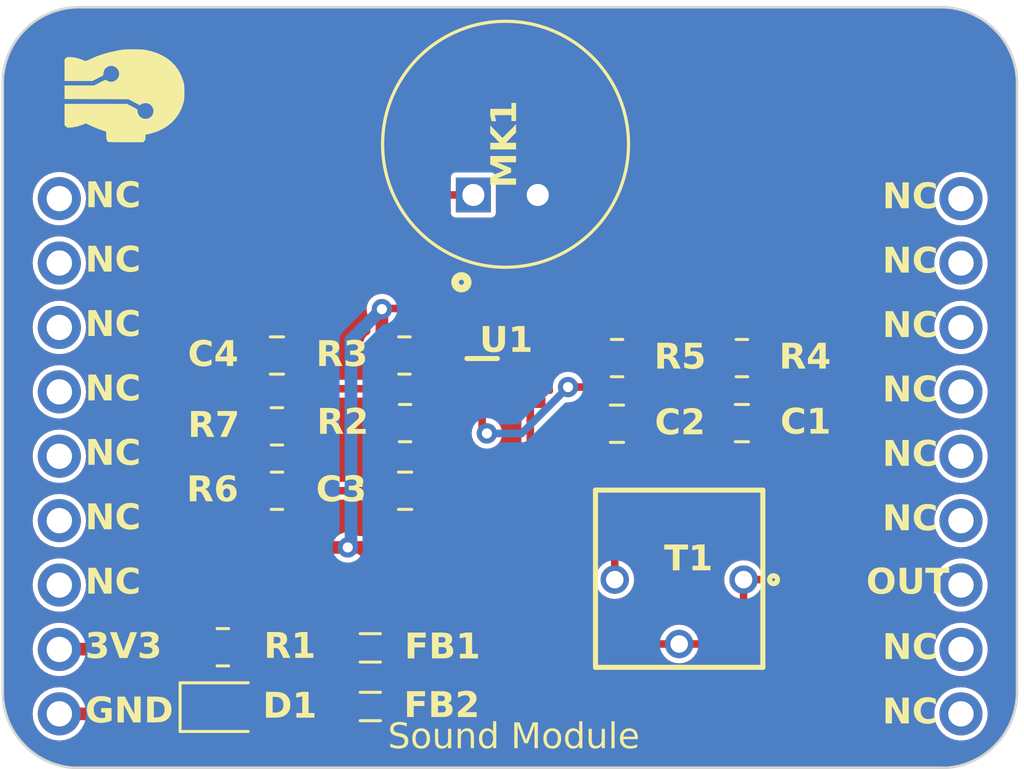
<source format=kicad_pcb>
(kicad_pcb (version 20240108) (generator "pcbnew") (generator_version "8.0")
  (layers (0 "F.Cu" signal) (31 "B.Cu" signal) (34 "B.Paste" user) (35 "F.Paste" user) (36 "B.SilkS" user "B.Silkscreen") (37 "F.SilkS" user "F.Silkscreen") (38 "B.Mask" user) (39 "F.Mask" user) (44 "Edge.Cuts" user))
  (net 0 "")
  (net 1 "GND")
  (net 2 "Net-(C1-Pad2)")
  (net 3 "OUT")
  (net 4 "Net-(U1-IN-)")
  (net 5 "Net-(C3-Pad2)")
  (net 6 "Net-(U1-IN+)")
  (net 7 "Net-(C4-Pad2)")
  (net 8 "Net-(D1-A)")
  (net 9 "+3V3")
  (net 10 "Net-(R5-Pad2)")
  (net 25 "+3.3VA")
  (net 26 "GND1")
  (footprint "LED_SMD:LED_0805_2012Metric" (layer "F.Cu") (at 48.1584 69.5452)
    (property "Reference" "D1" (at 2.6416 0 0) (layer "F.SilkS") (effects (font (thickness 0.15) (bold yes))))
    (property "Value" "LED" (hide yes))
    (fp_line (start -1.685 -0.96) (end -1.685 0.96) (stroke (width 0.12)) (layer "F.SilkS"))
    (fp_line (start -1.685 0.96) (end 1 0.96) (stroke (width 0.12)) (layer "F.SilkS"))
    (fp_line (start 1 -0.96) (end -1.685 -0.96) (stroke (width 0.12)) (layer "F.SilkS"))
    (pad "1" smd roundrect (at -0.9375 0) (size 0.975 1.4) (layers "F.Cu" "F.Paste" "F.Mask") (net 1 "GND"))
    (pad "2" smd roundrect (at 0.9375 0) (size 0.975 1.4) (layers "F.Cu" "F.Paste" "F.Mask") (net 8 "Net-(D1-A)"))
  )
  (footprint "meminle:3362P_1" (layer "F.Cu") (at 66.1561 60.9854 180)
    (property "Reference" "T1" (at -0.36821 -2.74963 0) (layer "F.SilkS") (effects (font (thickness 0.2) (bold yes))))
    (property "Value" "R_Potentiometer" (hide yes))
    (fp_line (start 3.3 0) (end 3.3 -6.99) (stroke (width 0.2)) (layer "F.SilkS"))
    (fp_line (start 3.3 -6.99) (end -3.3 -6.99) (stroke (width 0.2)) (layer "F.SilkS"))
    (fp_line (start -3.3 0) (end 3.3 0) (stroke (width 0.2)) (layer "F.SilkS"))
    (fp_line (start -3.3 -6.99) (end -3.3 0) (stroke (width 0.2)) (layer "F.SilkS"))
    (fp_circle (center -3.722 -3.532) (end -3.722 -3.475) (stroke (width 0.2)) (fill none) (layer "F.SilkS"))
    (pad "1" thru_hole circle (at -2.54 -3.53 180) (size 1.12 1.12) (drill 0.69) (layers "*.Cu" "*.Mask") (net 3 "OUT"))
    (pad "2" thru_hole circle (at 0 -6.07 180) (size 1.12 1.12) (drill 0.69) (layers "*.Cu" "*.Mask") (net 3 "OUT"))
    (pad "3" thru_hole circle (at 2.54 -3.53 180) (size 1.12 1.12) (drill 0.69) (layers "*.Cu" "*.Mask") (net 10 "Net-(R5-Pad2)"))
  )
  (footprint "Resistor_SMD:R_0805_2012Metric" (layer "F.Cu") (at 63.7051 55.7784)
    (property "Reference" "R5" (at 2.4873 0 0) (layer "F.SilkS") (effects (font (thickness 0.16) (bold yes))))
    (property "Value" "R")
    (fp_line (start -0.227064 -0.735) (end 0.227064 -0.735) (stroke (width 0.12)) (layer "F.SilkS"))
    (fp_line (start -0.227064 0.735) (end 0.227064 0.735) (stroke (width 0.12)) (layer "F.SilkS"))
    (pad "1" smd roundrect (at -0.9125 0) (size 1.025 1.4) (layers "F.Cu" "F.Paste" "F.Mask") (roundrect_rratio 0.243902) (net 4 "Net-(U1-IN-)"))
    (pad "2" smd roundrect (at 0.9125 0) (size 1.025 1.4) (layers "F.Cu" "F.Paste" "F.Mask") (roundrect_rratio 0.243902) (net 10 "Net-(R5-Pad2)"))
  )
  (footprint "Resistor_SMD:R_0805_2012Metric" (layer "F.Cu") (at 68.6308 55.7784 180)
    (property "Reference" "R4" (at -2.4892 0 0) (layer "F.SilkS") (effects (font (thickness 0.15) (bold yes))))
    (property "Value" "1k" (hide yes))
    (fp_line (start -0.227064 0.735) (end 0.227064 0.735) (stroke (width 0.12)) (layer "F.SilkS"))
    (fp_line (start -0.227064 -0.735) (end 0.227064 -0.735) (stroke (width 0.12)) (layer "F.SilkS"))
    (pad "1" smd roundrect (at -0.9125 0 180) (size 1.025 1.4) (layers "F.Cu" "F.Paste" "F.Mask") (roundrect_rratio 0.243902) (net 2 "Net-(C1-Pad2)"))
    (pad "2" smd roundrect (at 0.9125 0 180) (size 1.025 1.4) (layers "F.Cu" "F.Paste" "F.Mask") (roundrect_rratio 0.243902) (net 4 "Net-(U1-IN-)"))
  )
  (footprint "Capacitor_SMD:C_0805_2012Metric" (layer "F.Cu") (at 55.3466 61.0108 180)
    (property "Reference" "C3" (at 2.5146 0 0) (layer "F.SilkS") (effects (font (thickness 0.15) (bold yes))))
    (property "Value" "0.1uF" (hide yes))
    (fp_line (start -0.261252 0.735) (end 0.261252 0.735) (stroke (width 0.12)) (layer "F.SilkS"))
    (fp_line (start -0.261252 -0.735) (end 0.261252 -0.735) (stroke (width 0.12)) (layer "F.SilkS"))
    (pad "1" smd roundrect (at -0.95 0 180) (size 1 1.45) (layers "F.Cu" "F.Paste" "F.Mask") (net 26 "GND1"))
    (pad "2" smd roundrect (at 0.95 0 180) (size 1 1.45) (layers "F.Cu" "F.Paste" "F.Mask") (net 5 "Net-(C3-Pad2)"))
  )
  (footprint "Resistor_SMD:R_0805_2012Metric" (layer "F.Cu") (at 50.292 61.0108)
    (property "Reference" "R6" (at -2.54 0 0) (layer "F.SilkS") (effects (font (thickness 0.15) (bold yes))))
    (property "Value" "1k" (hide yes))
    (fp_line (start -0.227064 -0.735) (end 0.227064 -0.735) (stroke (width 0.12)) (layer "F.SilkS"))
    (fp_line (start -0.227064 0.735) (end 0.227064 0.735) (stroke (width 0.12)) (layer "F.SilkS"))
    (pad "1" smd roundrect (at -0.9125 0) (size 1.025 1.4) (layers "F.Cu" "F.Paste" "F.Mask") (roundrect_rratio 0.243902) (net 25 "+3.3VA"))
    (pad "2" smd roundrect (at 0.9125 0) (size 1.025 1.4) (layers "F.Cu" "F.Paste" "F.Mask") (roundrect_rratio 0.243902) (net 5 "Net-(C3-Pad2)"))
  )
  (footprint "Inductor_SMD:L_0805_2012Metric" (layer "F.Cu") (at 53.975 67.2084)
    (property "Reference" "FB1" (at 2.8448 0 0) (layer "F.SilkS") (effects (font (thickness 0.15) (bold yes))))
    (property "Value" "Ferrite" (hide yes))
    (fp_line (start -0.399622 -0.56) (end 0.399622 -0.56) (stroke (width 0.12)) (layer "F.SilkS"))
    (fp_line (start -0.399622 0.56) (end 0.399622 0.56) (stroke (width 0.12)) (layer "F.SilkS"))
    (pad "1" smd roundrect (at -1.0625 0) (size 0.875 1.2) (layers "F.Cu" "F.Paste" "F.Mask") (net 9 "+3V3"))
    (pad "2" smd roundrect (at 1.0625 0) (size 0.875 1.2) (layers "F.Cu" "F.Paste" "F.Mask") (net 25 "+3.3VA"))
  )
  (footprint "CMA4544:MIC_CMA-4544PF-W" (layer "F.Cu") (at 59.309 47.3456 -90)
    (property "Reference" "MK1" (at 0 0 90) (layer "F.SilkS") (effects (font (thickness 0.15) (bold yes))))
    (property "Value" "CMA-4544PF-W" (hide yes))
    (fp_circle (center 5.443 1.741) (end 5.543 1.741) (stroke (width 0.3)) (fill none) (layer "F.SilkS"))
    (fp_circle (center 0 0) (end 4.85 0) (stroke (width 0.127)) (fill none) (layer "F.SilkS"))
    (pad "1" thru_hole rect (at 2 1.27 270) (size 1.378 1.378) (drill 0.87) (layers "*.Cu" "*.Mask") (net 7 "Net-(C4-Pad2)"))
    (pad "2" thru_hole circle (at 2 -1.27 270) (size 1.378 1.378) (drill 0.87) (layers "*.Cu" "*.Mask") (net 26 "GND1"))
  )
  (footprint "Inductor_SMD:L_0805_2012Metric" (layer "F.Cu") (at 53.975 69.5198)
    (property "Reference" "FB2" (at 2.8194 0 0) (layer "F.SilkS") (effects (font (thickness 0.15) (bold yes))))
    (property "Value" "Ferrite" (hide yes))
    (fp_line (start -0.399622 -0.56) (end 0.399622 -0.56) (stroke (width 0.12)) (layer "F.SilkS"))
    (fp_line (start -0.399622 0.56) (end 0.399622 0.56) (stroke (width 0.12)) (layer "F.SilkS"))
    (pad "1" smd roundrect (at -1.0625 0) (size 0.875 1.2) (layers "F.Cu" "F.Paste" "F.Mask") (net 1 "GND"))
    (pad "2" smd roundrect (at 1.0625 0) (size 0.875 1.2) (layers "F.Cu" "F.Paste" "F.Mask") (net 26 "GND1"))
  )
  (footprint "Resistor_SMD:R_0805_2012Metric" (layer "F.Cu") (at 55.3212 55.6768)
    (property "Reference" "R3" (at -2.4638 0 0) (layer "F.SilkS") (effects (font (thickness 0.15) (bold yes))))
    (property "Value" "1m" (hide yes))
    (fp_line (start -0.227064 -0.735) (end 0.227064 -0.735) (stroke (width 0.12)) (layer "F.SilkS"))
    (fp_line (start -0.227064 0.735) (end 0.227064 0.735) (stroke (width 0.12)) (layer "F.SilkS"))
    (pad "1" smd roundrect (at -0.9125 0) (size 1.025 1.4) (layers "F.Cu" "F.Paste" "F.Mask") (roundrect_rratio 0.243902) (net 25 "+3.3VA"))
    (pad "2" smd roundrect (at 0.9125 0) (size 1.025 1.4) (layers "F.Cu" "F.Paste" "F.Mask") (roundrect_rratio 0.243902) (net 6 "Net-(U1-IN+)"))
  )
  (footprint "Capacitor_SMD:C_0805_2012Metric" (layer "F.Cu") (at 68.6308 58.3438)
    (property "Reference" "C1" (at 2.5146 0 0) (layer "F.SilkS") (effects (font (thickness 0.15) (bold yes))))
    (property "Value" "10uF" (hide yes))
    (fp_line (start -0.261252 -0.735) (end 0.261252 -0.735) (stroke (width 0.12)) (layer "F.SilkS"))
    (fp_line (start -0.261252 0.735) (end 0.261252 0.735) (stroke (width 0.12)) (layer "F.SilkS"))
    (pad "1" smd roundrect (at -0.95 0) (size 1 1.45) (layers "F.Cu" "F.Paste" "F.Mask") (net 26 "GND1"))
    (pad "2" smd roundrect (at 0.95 0) (size 1 1.45) (layers "F.Cu" "F.Paste" "F.Mask") (net 2 "Net-(C1-Pad2)"))
  )
  (footprint "meminle:SOT65P210X110-5N" (layer "F.Cu") (at 59.3344 56.896)
    (property "Reference" "U1" (at 0 -1.778 0) (layer "F.SilkS") (effects (font (thickness 0.2) (bold yes))))
    (property "Value" "MAX4466EXK" (hide yes))
    (fp_line (start -1.55 -1.1) (end -0.35 -1.1) (stroke (width 0.2)) (layer "F.SilkS"))
    (pad "1" smd rect (at -0.95 -0.65 90) (size 0.4 1.2) (layers "F.Cu" "F.Paste" "F.Mask") (net 6 "Net-(U1-IN+)"))
    (pad "2" smd rect (at -0.95 0 90) (size 0.4 1.2) (layers "F.Cu" "F.Paste" "F.Mask") (net 26 "GND1"))
    (pad "3" smd rect (at -0.95 0.65 90) (size 0.4 1.2) (layers "F.Cu" "F.Paste" "F.Mask") (net 4 "Net-(U1-IN-)"))
    (pad "4" smd rect (at 0.95 0.65 90) (size 0.4 1.2) (layers "F.Cu" "F.Paste" "F.Mask") (net 3 "OUT"))
    (pad "5" smd rect (at 0.95 -0.65 90) (size 0.4 1.2) (layers "F.Cu" "F.Paste" "F.Mask") (net 25 "+3.3VA"))
  )
  (footprint "Capacitor_SMD:C_0805_2012Metric" (layer "F.Cu") (at 63.7032 58.3692 180)
    (property "Reference" "C2" (at -2.4892 0 0) (layer "F.SilkS") (effects (font (thickness 0.15) (bold yes))))
    (property "Value" "100pF" (hide yes))
    (fp_line (start -0.261252 0.735) (end 0.261252 0.735) (stroke (width 0.12)) (layer "F.SilkS"))
    (fp_line (start -0.261252 -0.735) (end 0.261252 -0.735) (stroke (width 0.12)) (layer "F.SilkS"))
    (pad "1" smd roundrect (at -0.95 0 180) (size 1 1.45) (layers "F.Cu" "F.Paste" "F.Mask") (net 3 "OUT"))
    (pad "2" smd roundrect (at 0.95 0 180) (size 1 1.45) (layers "F.Cu" "F.Paste" "F.Mask") (net 4 "Net-(U1-IN-)"))
  )
  (footprint "Moduler_:pin_header" (layer "F.Cu") (at 59.236 60.158)
    (property "Reference" "U2" (hide yes))
    (property "Value" "~" (hide yes))
    (fp_poly (pts (xy -14.485582 -16.559009) (xy -14.360573 -16.554745) (xy -14.248636 -16.54798) (xy -14.157002 -16.538775) (xy -14.117924 -16.532703) (xy -13.929469 -16.491549) (xy -13.759531 -16.440533) (xy -13.595569 -16.375574) (xy -13.505604 -16.333511) (xy -13.302009 -16.218091) (xy -13.123321 -16.083397) (xy -12.969118 -15.928915) (xy -12.838978 -15.754131) (xy -12.73248 -15.558531) (xy -12.6492 -15.3416) (xy -12.625721 -15.261504) (xy -12.612959 -15.20932) (xy -12.603846 -15.156964) (xy -12.597806 -15.097579) (xy -12.594264 -15.024306) (xy -12.592645 -14.930288) (xy -12.59236 -14.863654) (xy -12.592671 -14.758539) (xy -12.594379 -14.67766) (xy -12.598173 -14.613669) (xy -12.604739 -14.559219) (xy -12.614766 -14.506962) (xy -12.628942 -14.449549) (xy -12.632287 -14.43698) (xy -12.705714 -14.221543) (xy -12.805363 -14.022972) (xy -12.930147 -13.842253) (xy -13.078978 -13.68037) (xy -13.250768 -13.538308) (xy -13.444431 -13.417053) (xy -13.658878 -13.317589) (xy -13.893022 -13.240901) (xy -13.975535 -13.220506) (xy -14.129547 -13.185381) (xy -14.129547 -13.083439) (xy -14.131087 -13.025365) (xy -14.138019 -12.987709) (xy -14.153807 -12.959356) (xy -14.17572 -12.935324) (xy -14.221893 -12.889151) (xy -14.898388 -12.889632) (xy -15.093554 -12.890179) (xy -15.257188 -12.891522) (xy -15.389336 -12.893662) (xy -15.490047 -12.896601) (xy -15.559371 -12.900339) (xy -15.597354 -12.904877) (xy -15.604006 -12.907041) (xy -15.639705 -12.944721) (xy -15.663541 -13.009816) (xy -15.675744 -13.103144) (xy -15.677582 -13.169023) (xy -15.677607 -13.307746) (xy -15.877323 -13.375342) (xy -15.973613 -13.410249) (xy -16.083694 -13.453796) (xy -16.193274 -13.500154) (xy -16.27912 -13.539209) (xy -16.481202 -13.63548) (xy -16.625058 -13.577237) (xy -16.814264 -13.51298) (xy -16.995657 -13.477073) (xy -17.112214 -13.468483) (xy -17.172568 -13.467793) (xy -17.210949 -13.471228) (xy -17.236949 -13.481681) (xy -17.260163 -13.502045) (xy -17.274123 -13.517292) (xy -17.320343 -13.568879) (xy -17.320343 -13.987224) (xy -17.320343 -14.405569) (xy -16.086926 -14.405569) (xy -14.85351 -14.405569) (xy -14.643801 -14.294889) (xy -14.56284 -14.251731) (xy -14.506066 -14.219928) (xy -14.469493 -14.196546) (xy -14.449134 -14.178651) (xy -14.441003 -14.163308) (xy -14.441111 -14.147581) (xy -14.441413 -14.14592) (xy -14.43976 -14.092795) (xy -14.421236 -14.027967) (xy -14.3904 -13.962942) (xy -14.35181 -13.909228) (xy -14.344762 -13.902005) (xy -14.296227 -13.865834) (xy -14.236644 -13.835404) (xy -14.214799 -13.827587) (xy -14.121045 -13.813694) (xy -14.033382 -13.827179) (xy -13.955509 -13.863953) (xy -13.891126 -13.919926) (xy -13.843932 -13.991011) (xy -13.817627 -14.073118) (xy -13.815911 -14.162158) (xy -13.838074 -14.243952) (xy -13.888707 -14.328311) (xy -13.95777 -14.389514) (xy -14.040589 -14.425955) (xy -14.132494 -14.436027) (xy -14.228811 -14.418125) (xy -14.281052 -14.396241) (xy -14.36193 -14.355321) (xy -14.581404 -14.471272) (xy -14.800878 -14.587224) (xy -16.06061 -14.591538) (xy -17.320343 -14.595853) (xy -17.320343 -14.86402) (xy -17.320343 -15.132186) (xy -16.736108 -15.132186) (xy -16.151873 -15.132186) (xy -15.92364 -15.25081) (xy -15.825628 -15.300328) (xy -15.752835 -15.333929) (xy -15.705794 -15.351385) (xy -15.685044 -15.352471) (xy -15.684533 -15.351839) (xy -15.664369 -15.334981) (xy -15.626413 -15.313259) (xy -15.608475 -15.304645) (xy -15.517344 -15.278515) (xy -15.42868 -15.280387) (xy -15.34665 -15.306716) (xy -15.27542 -15.353956) (xy -15.219157 -15.418565) (xy -15.182028 -15.496995) (xy -15.1682 -15.585704) (xy -15.178799 -15.670169) (xy -15.216089 -15.756834) (xy -15.2752 -15.826154) (xy -15.350432 -15.875231) (xy -15.436087 -15.901168) (xy -15.526465 -15.901066) (xy -15.594919 -15.881743) (xy -15.679764 -15.831605) (xy -15.7402 -15.761879) (xy -15.776844 -15.671686) (xy -15.787538 -15.6087) (xy -15.796027 -15.524455) (xy -16.008245 -15.415199) (xy -16.220463 -15.305942) (xy -16.770403 -15.305942) (xy -17.320343 -15.305942) (xy -17.320343 -15.73365) (xy -17.320343 -16.161358) (xy -17.27417 -16.207531) (xy -17.247441 -16.231634) (xy -17.221044 -16.24546) (xy -17.185152 -16.251797) (xy -17.129936 -16.253429) (xy -17.112261 -16.253429) (xy -16.965134 -16.242789) (xy -16.813828 -16.210492) (xy -16.650907 -16.15493) (xy -16.643254 -16.151886) (xy -16.580147 -16.127507) (xy -16.526736 -16.108472) (xy -16.490695 -16.097439) (xy -16.481152 -16.095743) (xy -16.459332 -16.102404) (xy -16.415439 -16.120594) (xy -16.35561 -16.147624) (xy -16.285983 -16.180807) (xy -16.277762 -16.184828) (xy -16.053998 -16.282606) (xy -15.80365 -16.369931) (xy -15.530295 -16.445763) (xy -15.237504 -16.509065) (xy -15.053614 -16.540657) (xy -14.971712 -16.549822) (xy -14.866727 -16.556178) (xy -14.74589 -16.559787) (xy -14.616431 -16.56071)) (fill solid) (layer "F.SilkS"))
    (fp_line (start -19.7562 -15.2144) (end -19.7562 8.7856) (stroke (width 0.1)) (layer "Edge.Cuts"))
    (fp_line (start -16.7562 11.7856) (end 17.2438 11.7856) (stroke (width 0.1)) (layer "Edge.Cuts"))
    (fp_line (start 17.2438 -18.2144) (end -16.7562 -18.2144) (stroke (width 0.1)) (layer "Edge.Cuts"))
    (fp_line (start 20.2438 8.7856) (end 20.2438 -15.2144) (stroke (width 0.1)) (layer "Edge.Cuts"))
    (fp_arc (start -19.7562 -15.2144) (mid -18.87752 -17.33572) (end -16.7562 -18.2144) (stroke (width 0.1)) (layer "Edge.Cuts"))
    (fp_arc (start -16.7562 11.7856) (mid -18.87752 10.90692) (end -19.7562 8.7856) (stroke (width 0.1)) (layer "Edge.Cuts"))
    (fp_arc (start 17.2438 -18.2144) (mid 19.36512 -17.33572) (end 20.2438 -15.2144) (stroke (width 0.1)) (layer "Edge.Cuts"))
    (fp_arc (start 20.2438 8.7856) (mid 19.36512 10.90692) (end 17.2438 11.7856) (stroke (width 0.1)) (layer "Edge.Cuts"))
    (fp_text user "NC" (at -16.51 -10.16 0) (layer "F.SilkS") (effects (font (thickness 0.2) (bold yes)) (justify left bottom)))
    (fp_text user "NC" (at 14.932 -10.12 0) (layer "F.SilkS") (effects (font (thickness 0.2) (bold yes)) (justify left bottom)))
    (fp_text user "NC" (at -16.51 2.54 0) (layer "F.SilkS") (effects (font (thickness 0.2) (bold yes)) (justify left bottom)))
    (fp_text user "NC" (at -16.51 -2.54 0) (layer "F.SilkS") (effects (font (thickness 0.2) (bold yes)) (justify left bottom)))
    (fp_text user "NC" (at 14.932 -7.58 0) (layer "F.SilkS") (effects (font (thickness 0.2) (bold yes)) (justify left bottom)))
    (fp_text user "NC" (at 14.932 10.2 0) (layer "F.SilkS") (effects (font (thickness 0.2) (bold yes)) (justify left bottom)))
    (fp_text user "3V3" (at -16.51 7.62 0) (layer "F.SilkS") (effects (font (thickness 0.2) (bold yes)) (justify left bottom)))
    (fp_text user "NC" (at -16.51 0 0) (layer "F.SilkS") (effects (font (thickness 0.2) (bold yes)) (justify left bottom)))
    (fp_text user "OUT" (at 14.297 5.08 0) (layer "F.SilkS") (effects (font (thickness 0.2) (bold yes)) (justify left bottom)))
    (fp_text user "NC" (at -16.51 5.08 0) (layer "F.SilkS") (effects (font (thickness 0.2) (bold yes)) (justify left bottom)))
    (fp_text user "NC" (at 14.932 -2.5 0) (layer "F.SilkS") (effects (font (thickness 0.2) (bold yes)) (justify left bottom)))
    (fp_text user "NC" (at 14.932 -5.04 0) (layer "F.SilkS") (effects (font (thickness 0.2) (bold yes)) (justify left bottom)))
    (fp_text user "GND" (at -16.51 10.16 0) (layer "F.SilkS") (effects (font (thickness 0.2) (bold yes)) (justify left bottom)))
    (fp_text user "NC" (at 14.932 0.04 0) (layer "F.SilkS") (effects (font (thickness 0.2) (bold yes)) (justify left bottom)))
    (fp_text user "Sound Module" (at -4.572 11.176 0) (layer "F.SilkS") (effects (font (thickness 0.1)) (justify left bottom)))
    (fp_text user "NC" (at 14.932 7.66 0) (layer "F.SilkS") (effects (font (thickness 0.2) (bold yes)) (justify left bottom)))
    (fp_text user "NC" (at 14.932 2.58 0) (layer "F.SilkS") (effects (font (thickness 0.2) (bold yes)) (justify left bottom)))
    (fp_text user "NC" (at -16.51 -5.08 0) (layer "F.SilkS") (effects (font (thickness 0.2) (bold yes)) (justify left bottom)))
    (fp_text user "NC" (at -16.51 -7.62 0) (layer "F.SilkS") (effects (font (thickness 0.2) (bold yes)) (justify left bottom)))
    (pad "1" thru_hole oval (at -17.526 -10.668) (size 1.7 1.7) (drill 1) (layers "*.Cu" "*.Mask"))
    (pad "2" thru_hole oval (at -17.526 -8.128) (size 1.7 1.7) (drill 1) (layers "*.Cu" "*.Mask"))
    (pad "3" thru_hole oval (at -17.526 -5.588) (size 1.7 1.7) (drill 1) (layers "*.Cu" "*.Mask"))
    (pad "4" thru_hole oval (at -17.526 -3.048) (size 1.7 1.7) (drill 1) (layers "*.Cu" "*.Mask"))
    (pad "5" thru_hole oval (at -17.526 -0.508) (size 1.7 1.7) (drill 1) (layers "*.Cu" "*.Mask"))
    (pad "6" thru_hole oval (at -17.526 2.032) (size 1.7 1.7) (drill 1) (layers "*.Cu" "*.Mask"))
    (pad "7" thru_hole oval (at -17.526 4.572) (size 1.7 1.7) (drill 1) (layers "*.Cu" "*.Mask"))
    (pad "8" thru_hole oval (at -17.526 7.112) (size 1.7 1.7) (drill 1) (layers "*.Cu" "*.Mask") (net 9 "+3V3"))
    (pad "9" thru_hole oval (at -17.526 9.652) (size 1.7 1.7) (drill 1) (layers "*.Cu" "*.Mask") (net 1 "GND"))
    (pad "10" thru_hole oval (at 18.034 9.652) (size 1.7 1.7) (drill 1) (layers "*.Cu" "*.Mask"))
    (pad "11" thru_hole oval (at 18.034 7.112) (size 1.7 1.7) (drill 1) (layers "*.Cu" "*.Mask"))
    (pad "12" thru_hole oval (at 18.034 4.572) (size 1.7 1.7) (drill 1) (layers "*.Cu" "*.Mask") (net 3 "OUT"))
    (pad "13" thru_hole oval (at 18.034 2.032) (size 1.7 1.7) (drill 1) (layers "*.Cu" "*.Mask"))
    (pad "14" thru_hole oval (at 18.034 -0.508) (size 1.7 1.7) (drill 1) (layers "*.Cu" "*.Mask"))
    (pad "15" thru_hole oval (at 18.034 -3.048) (size 1.7 1.7) (drill 1) (layers "*.Cu" "*.Mask"))
    (pad "16" thru_hole oval (at 18.034 -5.588) (size 1.7 1.7) (drill 1) (layers "*.Cu" "*.Mask"))
    (pad "17" thru_hole oval (at 18.034 -8.128) (size 1.7 1.7) (drill 1) (layers "*.Cu" "*.Mask"))
    (pad "18" thru_hole oval (at 18.034 -10.668) (size 1.7 1.7) (drill 1) (layers "*.Cu" "*.Mask"))
  )
  (footprint "Resistor_SMD:R_0805_2012Metric" (layer "F.Cu") (at 50.292 58.4708)
    (property "Reference" "R7" (at -2.4892 0 0) (layer "F.SilkS") (effects (font (thickness 0.15) (bold yes))))
    (property "Value" "1k" (hide yes))
    (fp_line (start -0.227064 -0.735) (end 0.227064 -0.735) (stroke (width 0.12)) (layer "F.SilkS"))
    (fp_line (start -0.227064 0.735) (end 0.227064 0.735) (stroke (width 0.12)) (layer "F.SilkS"))
    (pad "1" smd roundrect (at -0.9125 0) (size 1.025 1.4) (layers "F.Cu" "F.Paste" "F.Mask") (roundrect_rratio 0.243902) (net 7 "Net-(C4-Pad2)"))
    (pad "2" smd roundrect (at 0.9125 0) (size 1.025 1.4) (layers "F.Cu" "F.Paste" "F.Mask") (roundrect_rratio 0.243902) (net 5 "Net-(C3-Pad2)"))
  )
  (footprint "Resistor_SMD:R_0805_2012Metric" (layer "F.Cu") (at 48.1584 67.183)
    (property "Reference" "R1" (at 2.6416 0.0036 0) (layer "F.SilkS") (effects (font (thickness 0.15) (bold yes))))
    (property "Value" "R" (hide yes))
    (fp_line (start -0.227064 -0.735) (end 0.227064 -0.735) (stroke (width 0.12)) (layer "F.SilkS"))
    (fp_line (start -0.227064 0.735) (end 0.227064 0.735) (stroke (width 0.12)) (layer "F.SilkS"))
    (pad "1" smd roundrect (at -0.9125 0) (size 1.025 1.4) (layers "F.Cu" "F.Paste" "F.Mask") (roundrect_rratio 0.243902) (net 9 "+3V3"))
    (pad "2" smd roundrect (at 0.9125 0) (size 1.025 1.4) (layers "F.Cu" "F.Paste" "F.Mask") (roundrect_rratio 0.243902) (net 8 "Net-(D1-A)"))
  )
  (footprint "Capacitor_SMD:C_0805_2012Metric" (layer "F.Cu") (at 50.292 55.6768 180)
    (property "Reference" "C4" (at 2.5146 0 0) (layer "F.SilkS") (effects (font (thickness 0.15) (bold yes))))
    (property "Value" "0.01uF" (hide yes))
    (fp_line (start -0.261252 0.735) (end 0.261252 0.735) (stroke (width 0.12)) (layer "F.SilkS"))
    (fp_line (start -0.261252 -0.735) (end 0.261252 -0.735) (stroke (width 0.12)) (layer "F.SilkS"))
    (pad "1" smd roundrect (at -0.95 0 180) (size 1 1.45) (layers "F.Cu" "F.Paste" "F.Mask") (net 6 "Net-(U1-IN+)"))
    (pad "2" smd roundrect (at 0.95 0 180) (size 1 1.45) (layers "F.Cu" "F.Paste" "F.Mask") (net 7 "Net-(C4-Pad2)"))
  )
  (footprint "Resistor_SMD:R_0805_2012Metric" (layer "F.Cu") (at 55.3466 58.3438 180)
    (property "Reference" "R2" (at 2.45663 -0.005504 0) (layer "F.SilkS") (effects (font (thickness 0.15) (bold yes))))
    (property "Value" "1m" (hide yes))
    (fp_line (start -0.227064 0.735) (end 0.227064 0.735) (stroke (width 0.12)) (layer "F.SilkS"))
    (fp_line (start -0.227064 -0.735) (end 0.227064 -0.735) (stroke (width 0.12)) (layer "F.SilkS"))
    (pad "1" smd roundrect (at -0.9125 0 180) (size 1.025 1.4) (layers "F.Cu" "F.Paste" "F.Mask") (roundrect_rratio 0.243902) (net 6 "Net-(U1-IN+)"))
    (pad "2" smd roundrect (at 0.9125 0 180) (size 1.025 1.4) (layers "F.Cu" "F.Paste" "F.Mask") (roundrect_rratio 0.243902) (net 26 "GND1"))
  )
  (segment (start 47.2463 69.5198) (end 47.2463 70.3603) (width 0.5) (layer "F.Cu") (net 1))
  (segment (start 47.2463 70.3603) (end 47.752 70.866) (width 0.5) (layer "F.Cu") (net 1))
  (segment (start 50.8 70.866) (end 52.1462 69.5198) (width 0.5) (layer "F.Cu") (net 1))
  (segment (start 45.2882 69.5198) (end 47.2463 69.5198) (width 0.5) (layer "F.Cu") (net 1))
  (segment (start 44.998 69.81) (end 45.2882 69.5198) (width 0.5) (layer "F.Cu") (net 1))
  (segment (start 52.1462 69.5198) (end 52.9125 69.5198) (width 0.5) (layer "F.Cu") (net 1))
  (segment (start 41.71 69.81) (end 44.998 69.81) (width 0.5) (layer "F.Cu") (net 1))
  (segment (start 47.752 70.866) (end 50.8 70.866) (width 0.5) (layer "F.Cu") (net 1))
  (segment (start 69.6195 55.6514) (end 69.6195 58.3317) (width 0.3) (layer "F.Cu") (net 2))
  (segment (start 69.6195 58.3317) (end 69.6316 58.3438) (width 0.3) (layer "F.Cu") (net 2))
  (segment (start 68.6961 65.6699) (end 68.6961 64.5154) (width 0.3) (layer "F.Cu") (net 3))
  (segment (start 61.1378 59.8932) (end 60.2844 59.0398) (width 0.3) (layer "F.Cu") (net 3))
  (segment (start 66.1561 67.0554) (end 62.9914 67.0554) (width 0.3) (layer "F.Cu") (net 3))
  (segment (start 66.1561 67.0554) (end 67.3106 67.0554) (width 0.3) (layer "F.Cu") (net 3))
  (segment (start 77.27 64.73) (end 77.3322 64.73) (width 0.3) (layer "F.Cu") (net 3))
  (segment (start 60.2844 59.0398) (end 60.2844 57.546) (width 0.3) (layer "F.Cu") (net 3))
  (segment (start 62.9914 67.0554) (end 61.214 65.278) (width 0.3) (layer "F.Cu") (net 3))
  (segment (start 64.6532 58.3692) (end 64.6532 59.3496) (width 0.3) (layer "F.Cu") (net 3))
  (segment (start 77.0554 64.5154) (end 77.27 64.73) (width 0.3) (layer "F.Cu") (net 3))
  (segment (start 64.6532 59.3496) (end 64.1096 59.8932) (width 0.3) (layer "F.Cu") (net 3))
  (segment (start 64.1096 59.8932) (end 61.1378 59.8932) (width 0.3) (layer "F.Cu") (net 3))
  (segment (start 68.6961 64.5154) (end 77.0554 64.5154) (width 0.3) (layer "F.Cu") (net 3))
  (segment (start 67.3106 67.0554) (end 68.6961 65.6699) (width 0.3) (layer "F.Cu") (net 3))
  (segment (start 61.214 65.278) (end 61.214 59.9694) (width 0.3) (layer "F.Cu") (net 3))
  (segment (start 61.214 59.9694) (end 60.2844 59.0398) (width 0.3) (layer "F.Cu") (net 3))
  (segment (start 77.3322 64.73) (end 77.343 64.7192) (width 0.3) (layer "F.Cu") (net 3))
  (segment (start 61.7728 56.9214) (end 62.7653 56.9214) (width 0.3) (layer "F.Cu") (net 4))
  (segment (start 58.3844 58.5622) (end 58.5724 58.7502) (width 0.3) (layer "F.Cu") (net 4))
  (segment (start 67.437 54.1274) (end 67.7945 54.4849) (width 0.3) (layer "F.Cu") (net 4))
  (segment (start 58.3844 57.546) (end 58.3844 58.5622) (width 0.3) (layer "F.Cu") (net 4))
  (segment (start 62.7653 56.9214) (end 62.7907 56.896) (width 0.3) (layer "F.Cu") (net 4))
  (segment (start 62.7907 58.0269) (end 62.7907 54.3541) (width 0.3) (layer "F.Cu") (net 4))
  (segment (start 62.4738 58.3438) (end 62.7907 58.0269) (width 0.3) (layer "F.Cu") (net 4))
  (segment (start 62.7907 54.3541) (end 63.0174 54.1274) (width 0.3) (layer "F.Cu") (net 4))
  (segment (start 67.7945 54.4849) (end 67.7945 55.6514) (width 0.3) (layer "F.Cu") (net 4))
  (segment (start 63.0174 54.1274) (end 67.437 54.1274) (width 0.3) (layer "F.Cu") (net 4))
  (via (at 58.5724 58.7502) (size 0.8) (drill 0.4) (layers "F.Cu" "B.Cu") (net 4))
  (via (at 61.7728 56.9214) (size 0.8) (drill 0.4) (layers "F.Cu" "B.Cu") (net 4))
  (segment (start 61.7728 56.9214) (end 59.944 58.7502) (width 0.3) (layer "B.Cu") (net 4))
  (segment (start 59.944 58.7502) (end 58.5724 58.7502) (width 0.3) (layer "B.Cu") (net 4))
  (segment (start 51.2045 58.3438) (end 51.2045 61.0108) (width 0.3) (layer "F.Cu") (net 5))
  (segment (start 51.2045 61.0108) (end 54.3966 61.0108) (width 0.3) (layer "F.Cu") (net 5))
  (segment (start 56.2591 55.6478) (end 56.2591 56.896) (width 0.3) (layer "F.Cu") (net 6))
  (segment (start 57.6938 56.246) (end 57.0956 55.6478) (width 0.3) (layer "F.Cu") (net 6))
  (segment (start 58.3844 56.246) (end 57.6938 56.246) (width 0.3) (layer "F.Cu") (net 6))
  (segment (start 51.242 56.4744) (end 51.242 55.6514) (width 0.3) (layer "F.Cu") (net 6))
  (segment (start 56.2591 56.896) (end 56.1677 56.9874) (width 0.3) (layer "F.Cu") (net 6))
  (segment (start 56.2591 55.6478) (end 56.2591 58.3438) (width 0.3) (layer "F.Cu") (net 6))
  (segment (start 51.755 56.9874) (end 51.242 56.4744) (width 0.3) (layer "F.Cu") (net 6))
  (segment (start 57.0956 55.6478) (end 56.2591 55.6478) (width 0.3) (layer "F.Cu") (net 6))
  (segment (start 56.1677 56.9874) (end 51.755 56.9874) (width 0.3) (layer "F.Cu") (net 6))
  (segment (start 52.2036 49.3456) (end 58.039 49.3456) (width 0.3) (layer "F.Cu") (net 7))
  (segment (start 49.342 52.2072) (end 52.2036 49.3456) (width 0.3) (layer "F.Cu") (net 7))
  (segment (start 49.3795 55.6889) (end 49.342 55.6514) (width 0.5) (layer "F.Cu") (net 7))
  (segment (start 49.3795 58.3438) (end 49.3795 55.6889) (width 0.3) (layer "F.Cu") (net 7))
  (segment (start 49.342 55.6514) (end 49.342 52.2072) (width 0.3) (layer "F.Cu") (net 7))
  (segment (start 49.0963 69.4948) (end 49.1213 69.5198) (width 0.5) (layer "F.Cu") (net 8))
  (segment (start 49.0963 67.2084) (end 49.0963 69.4948) (width 0.5) (layer "F.Cu") (net 8))
  (segment (start 52.9125 65.7903) (end 52.9125 67.2084) (width 0.5) (layer "F.Cu") (net 9))
  (segment (start 41.71 67.27) (end 41.7208 67.2592) (width 0.5) (layer "F.Cu") (net 9))
  (segment (start 47.2713 65.9111) (end 48.0568 65.1256) (width 0.5) (layer "F.Cu") (net 9))
  (segment (start 52.2478 65.1256) (end 52.9125 65.7903) (width 0.5) (layer "F.Cu") (net 9))
  (segment (start 47.2713 67.2084) (end 47.2713 65.9111) (width 0.5) (layer "F.Cu") (net 9))
  (segment (start 48.0568 65.1256) (end 52.2478 65.1256) (width 0.5) (layer "F.Cu") (net 9))
  (segment (start 47.2205 67.2592) (end 47.2713 67.2084) (width 0.5) (layer "F.Cu") (net 9))
  (segment (start 41.7208 67.2592) (end 47.2205 67.2592) (width 0.5) (layer "F.Cu") (net 9))
  (segment (start 65.4304 55.7784) (end 66.04 56.388) (width 0.3) (layer "F.Cu") (net 10))
  (segment (start 66.04 60.8076) (end 63.6161 63.2315) (width 0.3) (layer "F.Cu") (net 10))
  (segment (start 64.6176 55.7784) (end 65.4304 55.7784) (width 0.3) (layer "F.Cu") (net 10))
  (segment (start 66.04 56.388) (end 66.04 60.8076) (width 0.3) (layer "F.Cu") (net 10))
  (segment (start 63.6161 63.2315) (end 63.6161 64.5154) (width 0.3) (layer "F.Cu") (net 10))
  (segment (start 53.086 63.246) (end 50.0634 63.246) (width 0.5) (layer "F.Cu") (net 25))
  (segment (start 60.2844 56.246) (end 60.2844 54.6964) (width 0.3) (layer "F.Cu") (net 25))
  (segment (start 53.594 63.246) (end 55.0375 64.6895) (width 0.5) (layer "F.Cu") (net 25))
  (segment (start 60.2844 54.6964) (end 59.4106 53.8226) (width 0.3) (layer "F.Cu") (net 25))
  (segment (start 50.0634 63.246) (end 49.3795 62.5621) (width 0.5) (layer "F.Cu") (net 25))
  (segment (start 53.086 63.246) (end 53.594 63.246) (width 0.5) (layer "F.Cu") (net 25))
  (segment (start 54.4322 55.6459) (end 54.4341 55.6478) (width 0.5) (layer "F.Cu") (net 25))
  (segment (start 54.4322 53.848) (end 54.4322 55.6459) (width 0.5) (layer "F.Cu") (net 25))
  (segment (start 59.4106 53.8226) (end 54.4576 53.8226) (width 0.3) (layer "F.Cu") (net 25))
  (segment (start 55.0375 64.6895) (end 55.0375 67.2084) (width 0.5) (layer "F.Cu") (net 25))
  (segment (start 49.3795 62.5621) (end 49.3795 61.0108) (width 0.5) (layer "F.Cu") (net 25))
  (segment (start 54.4576 53.8226) (end 54.4322 53.848) (width 0.3) (layer "F.Cu") (net 25))
  (via (at 53.086 63.246) (size 0.8) (drill 0.4) (layers "F.Cu" "B.Cu") (net 25))
  (via (at 54.4322 53.848) (size 0.8) (drill 0.4) (layers "F.Cu" "B.Cu") (net 25))
  (segment (start 53.213 55.0672) (end 54.4322 53.848) (width 0.5) (layer "B.Cu") (net 25))
  (segment (start 53.086 63.246) (end 53.213 63.119) (width 0.5) (layer "B.Cu") (net 25))
  (segment (start 53.213 63.119) (end 53.213 55.0672) (width 0.5) (layer "B.Cu") (net 25))
  (segment (start 54.4341 58.8283) (end 54.4341 58.3438) (width 0.5) (layer "F.Cu") (net 26))
  (zone (net 26) (net_name "GND1") (layers "F&B.Cu") (connect_pads yes (clearance 0.2)) (min_thickness 0.25) (fill yes (thermal_gap 0.5) (thermal_bridge_width 0.5))
    (polygon (pts (xy 39.37 41.656) (xy 79.756 41.656) (xy 79.756 71.882) (xy 39.37 71.882)))
  )
)
</source>
